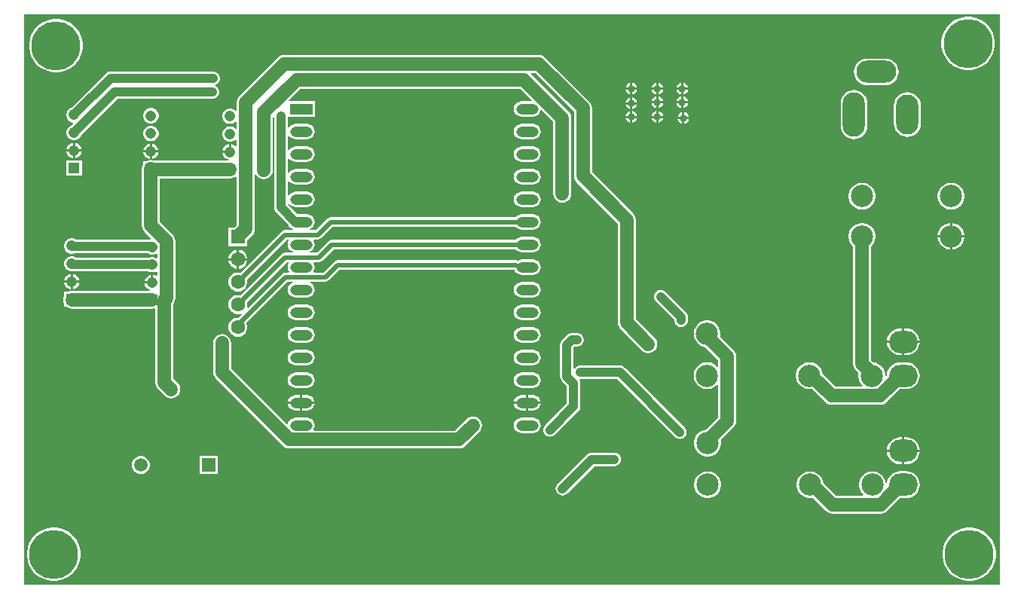
<source format=gbl>
G04*
G04 #@! TF.GenerationSoftware,Altium Limited,Altium Designer,23.1.1 (15)*
G04*
G04 Layer_Physical_Order=2*
G04 Layer_Color=16711680*
%FSLAX44Y44*%
%MOMM*%
G71*
G04*
G04 #@! TF.SameCoordinates,30CF7A92-77B0-4B7A-85BE-2C256DE05FD5*
G04*
G04*
G04 #@! TF.FilePolarity,Positive*
G04*
G01*
G75*
%ADD65C,1.5000*%
%ADD66C,1.0000*%
%ADD67C,0.5000*%
%ADD68O,4.5000X2.5000*%
%ADD69O,2.5000X4.5000*%
%ADD70O,2.5000X5.0000*%
%ADD71C,2.5000*%
%ADD72O,2.5000X1.2000*%
%ADD73R,2.5000X1.2000*%
%ADD74C,1.6000*%
%ADD75R,1.6000X1.6000*%
%ADD76C,1.2080*%
%ADD77R,1.2080X1.2080*%
%ADD78C,5.5000*%
%ADD79C,1.5000*%
%ADD80R,1.5000X1.5000*%
%ADD81O,3.2000X2.5000*%
%ADD82C,1.0000*%
%ADD83C,0.8000*%
G36*
X1096010Y1270D02*
X0D01*
Y642620D01*
X1096010D01*
Y1270D01*
D02*
G37*
%LPC*%
G36*
X577850Y596867D02*
X577850Y596867D01*
X292100D01*
X292100Y596867D01*
X289479Y596522D01*
X287037Y595510D01*
X284939Y593901D01*
X241759Y550721D01*
X240150Y548623D01*
X239138Y546181D01*
X238793Y543560D01*
X238793Y543560D01*
Y533957D01*
X237523Y533431D01*
X236408Y534546D01*
X234452Y535675D01*
X232270Y536260D01*
X230010D01*
X227828Y535675D01*
X225872Y534546D01*
X224274Y532948D01*
X223145Y530992D01*
X222560Y528810D01*
Y526550D01*
X223145Y524368D01*
X224274Y522412D01*
X225872Y520814D01*
X227828Y519685D01*
X230010Y519100D01*
X232270D01*
X234452Y519685D01*
X236408Y520814D01*
X237523Y521929D01*
X238793Y521403D01*
Y513957D01*
X237523Y513431D01*
X236408Y514546D01*
X234452Y515675D01*
X232270Y516260D01*
X230010D01*
X227828Y515675D01*
X225872Y514546D01*
X224274Y512948D01*
X223145Y510992D01*
X222560Y508810D01*
Y506550D01*
X223145Y504368D01*
X224274Y502412D01*
X225872Y500814D01*
X227828Y499685D01*
X230010Y499100D01*
X232270D01*
X234452Y499685D01*
X236408Y500814D01*
X237523Y501930D01*
X238793Y501403D01*
Y493957D01*
X237523Y493431D01*
X236408Y494546D01*
X234452Y495675D01*
X232410Y496222D01*
Y487680D01*
X231140D01*
Y486410D01*
X222598D01*
X223145Y484368D01*
X224274Y482412D01*
X225872Y480814D01*
X227828Y479685D01*
X228903Y479397D01*
X228736Y478127D01*
X144671D01*
X142240Y478447D01*
X139619Y478102D01*
X137177Y477090D01*
X136929Y476900D01*
X133660D01*
Y473631D01*
X133470Y473383D01*
X132458Y470941D01*
X132113Y468320D01*
Y405011D01*
X132113Y405010D01*
X132458Y402390D01*
X133470Y399947D01*
X135079Y397850D01*
X142133Y390796D01*
X141728Y389405D01*
X140515Y389080D01*
X58150D01*
X56652Y389945D01*
X54470Y390530D01*
X52210D01*
X50028Y389945D01*
X48072Y388816D01*
X46474Y387218D01*
X45345Y385262D01*
X44760Y383080D01*
Y380820D01*
X45345Y378638D01*
X46474Y376682D01*
X48072Y375084D01*
X50028Y373955D01*
X52210Y373370D01*
X54470D01*
X56335Y373870D01*
X138700D01*
X140198Y373005D01*
X142380Y372420D01*
X144640D01*
X146822Y373005D01*
X148193Y373797D01*
X149463Y373100D01*
Y368900D01*
X148193Y368203D01*
X146822Y368995D01*
X144640Y369580D01*
X142380D01*
X140515Y369080D01*
X58150D01*
X56652Y369945D01*
X54470Y370530D01*
X52210D01*
X50028Y369945D01*
X48072Y368816D01*
X46474Y367218D01*
X45345Y365262D01*
X44760Y363080D01*
Y360820D01*
X45345Y358638D01*
X46474Y356682D01*
X48072Y355084D01*
X50028Y353955D01*
X52210Y353370D01*
X54470D01*
X56335Y353870D01*
X138700D01*
X140198Y353005D01*
X142380Y352420D01*
X144640D01*
X146822Y353005D01*
X148193Y353797D01*
X149463Y353100D01*
Y348900D01*
X148193Y348203D01*
X146822Y348995D01*
X144780Y349542D01*
Y341000D01*
X143510D01*
Y339730D01*
X134968D01*
X135515Y337688D01*
X136644Y335732D01*
X138242Y334134D01*
X140198Y333005D01*
X140695Y332872D01*
X140528Y331602D01*
X53815D01*
X51194Y331257D01*
X49440Y330530D01*
X44760D01*
Y325850D01*
X44033Y324096D01*
X43688Y321475D01*
X44033Y318854D01*
X44760Y317100D01*
Y313370D01*
X47885D01*
X48752Y312705D01*
X51194Y311693D01*
X53815Y311348D01*
X143035D01*
X145656Y311693D01*
X146297Y311959D01*
X147353Y311254D01*
Y228600D01*
X147353Y228600D01*
X147698Y225979D01*
X148710Y223537D01*
X150319Y221439D01*
X157939Y213819D01*
X160037Y212210D01*
X162479Y211198D01*
X165100Y210853D01*
X167721Y211198D01*
X170163Y212210D01*
X172261Y213819D01*
X173870Y215917D01*
X174882Y218359D01*
X175227Y220980D01*
X174882Y223601D01*
X173870Y226043D01*
X172261Y228141D01*
X167607Y232795D01*
Y317375D01*
X168360Y318357D01*
X169372Y320799D01*
X169717Y323420D01*
X169717Y323420D01*
Y387660D01*
X169717Y387660D01*
X169372Y390281D01*
X168360Y392724D01*
X166751Y394821D01*
X166751Y394821D01*
X152367Y409205D01*
Y457873D01*
X230820D01*
X233441Y458218D01*
X235569Y459100D01*
X238793D01*
Y405515D01*
X236249Y402970D01*
X229490D01*
Y381890D01*
X250570D01*
Y388649D01*
X256081Y394159D01*
X257690Y396257D01*
X258702Y398699D01*
X259047Y401320D01*
X259047Y401320D01*
Y461835D01*
X259938Y462183D01*
X260317Y462184D01*
X261839Y460199D01*
X263937Y458590D01*
X266379Y457578D01*
X269000Y457233D01*
X271621Y457578D01*
X274063Y458590D01*
X276161Y460199D01*
X277770Y462297D01*
X278782Y464739D01*
X279127Y467360D01*
Y526729D01*
X279415Y526921D01*
X280685Y526242D01*
Y525780D01*
Y425300D01*
X280944Y423332D01*
X281704Y421497D01*
X282912Y419922D01*
X296475Y406360D01*
X297190Y404633D01*
X298559Y402849D01*
X300343Y401480D01*
X301530Y400989D01*
X301277Y399719D01*
X292980D01*
X291014Y399328D01*
X289346Y398214D01*
X242904Y351772D01*
X241418Y352170D01*
X238642D01*
X235962Y351452D01*
X233558Y350064D01*
X231596Y348102D01*
X230208Y345698D01*
X229490Y343018D01*
Y340242D01*
X230208Y337562D01*
X231596Y335158D01*
X233558Y333196D01*
X235962Y331808D01*
X238642Y331090D01*
X241418D01*
X244098Y331808D01*
X246502Y333196D01*
X248464Y335158D01*
X249852Y337562D01*
X250570Y340242D01*
Y343018D01*
X250172Y344504D01*
X295109Y389441D01*
X296978D01*
X297540Y388302D01*
X297190Y387847D01*
X296330Y385769D01*
X296036Y383540D01*
X296330Y381311D01*
X297190Y379233D01*
X298559Y377449D01*
X300343Y376080D01*
X301530Y375589D01*
X301277Y374319D01*
X292980D01*
X291014Y373928D01*
X289346Y372814D01*
X242904Y326372D01*
X241418Y326770D01*
X238642D01*
X235962Y326052D01*
X233558Y324664D01*
X231596Y322702D01*
X230208Y320298D01*
X229490Y317618D01*
Y314842D01*
X230208Y312162D01*
X231596Y309758D01*
X233558Y307796D01*
X235962Y306408D01*
X238642Y305690D01*
X241418D01*
X242843Y306072D01*
X244346Y305183D01*
X244392Y304999D01*
X240763Y301370D01*
X238642D01*
X235962Y300652D01*
X233558Y299264D01*
X231596Y297302D01*
X230208Y294898D01*
X229490Y292218D01*
Y289442D01*
X230208Y286762D01*
X231596Y284358D01*
X233558Y282396D01*
X235962Y281008D01*
X238642Y280290D01*
X241418D01*
X244098Y281008D01*
X246502Y282396D01*
X248464Y284358D01*
X249852Y286762D01*
X250570Y289442D01*
Y292218D01*
X249852Y294898D01*
X249476Y295549D01*
X295889Y341961D01*
X301277D01*
X301530Y340691D01*
X300343Y340200D01*
X298559Y338831D01*
X297190Y337047D01*
X296330Y334969D01*
X296036Y332740D01*
X296330Y330511D01*
X297190Y328433D01*
X298559Y326649D01*
X300343Y325280D01*
X302421Y324420D01*
X304650Y324126D01*
X317650D01*
X319879Y324420D01*
X321957Y325280D01*
X323741Y326649D01*
X325110Y328433D01*
X325970Y330511D01*
X326264Y332740D01*
X325970Y334969D01*
X325110Y337047D01*
X323741Y338831D01*
X321957Y340200D01*
X320770Y340691D01*
X321023Y341961D01*
X338210D01*
X340177Y342352D01*
X341844Y343466D01*
X353918Y355541D01*
X550244D01*
X550574Y355320D01*
X551190Y353833D01*
X552559Y352049D01*
X554343Y350680D01*
X556421Y349820D01*
X558650Y349526D01*
X571650D01*
X573879Y349820D01*
X575957Y350680D01*
X577741Y352049D01*
X579110Y353833D01*
X579970Y355911D01*
X580264Y358140D01*
X579970Y360369D01*
X579110Y362447D01*
X577741Y364231D01*
X575957Y365600D01*
X573879Y366460D01*
X571650Y366754D01*
X558650D01*
X556421Y366460D01*
X554343Y365600D01*
X554133Y365438D01*
X552221Y365819D01*
X351790D01*
X349823Y365428D01*
X348156Y364314D01*
X336081Y352239D01*
X325322D01*
X324760Y353378D01*
X325110Y353833D01*
X325970Y355911D01*
X326264Y358140D01*
X325970Y360369D01*
X325110Y362447D01*
X324760Y362902D01*
X325322Y364041D01*
X331080D01*
X333046Y364432D01*
X334714Y365546D01*
X347569Y378401D01*
X551829D01*
X552559Y377449D01*
X554343Y376080D01*
X556421Y375220D01*
X558650Y374926D01*
X571650D01*
X573879Y375220D01*
X575957Y376080D01*
X577741Y377449D01*
X579110Y379233D01*
X579970Y381311D01*
X580264Y383540D01*
X579970Y385769D01*
X579110Y387847D01*
X577741Y389631D01*
X575957Y391000D01*
X573879Y391860D01*
X571650Y392154D01*
X558650D01*
X556421Y391860D01*
X554343Y391000D01*
X552559Y389631D01*
X551829Y388679D01*
X345440D01*
X343474Y388288D01*
X341806Y387174D01*
X328951Y374319D01*
X321023D01*
X320770Y375589D01*
X321957Y376080D01*
X323741Y377449D01*
X325110Y379233D01*
X325970Y381311D01*
X326264Y383540D01*
X325970Y385769D01*
X325110Y387847D01*
X324760Y388302D01*
X325322Y389441D01*
X329810D01*
X331777Y389832D01*
X333444Y390946D01*
X346298Y403801D01*
X551829D01*
X552559Y402849D01*
X554343Y401480D01*
X556421Y400620D01*
X558650Y400326D01*
X571650D01*
X573879Y400620D01*
X575957Y401480D01*
X577741Y402849D01*
X579110Y404633D01*
X579970Y406711D01*
X580264Y408940D01*
X579970Y411169D01*
X579110Y413247D01*
X577741Y415031D01*
X575957Y416400D01*
X573879Y417260D01*
X571650Y417554D01*
X558650D01*
X556421Y417260D01*
X554343Y416400D01*
X552559Y415031D01*
X551829Y414079D01*
X344170D01*
X342203Y413688D01*
X340536Y412574D01*
X327682Y399719D01*
X321023D01*
X320770Y400989D01*
X321957Y401480D01*
X323741Y402849D01*
X325110Y404633D01*
X325970Y406711D01*
X326264Y408940D01*
X325970Y411169D01*
X325110Y413247D01*
X323741Y415031D01*
X321957Y416400D01*
X319879Y417260D01*
X317650Y417554D01*
X306791D01*
X295895Y428450D01*
Y429842D01*
X297165Y430094D01*
X297190Y430033D01*
X298559Y428249D01*
X300343Y426880D01*
X302421Y426020D01*
X304650Y425726D01*
X317650D01*
X319879Y426020D01*
X321957Y426880D01*
X323741Y428249D01*
X325110Y430033D01*
X325970Y432111D01*
X326264Y434340D01*
X325970Y436569D01*
X325110Y438647D01*
X323741Y440431D01*
X321957Y441800D01*
X319879Y442660D01*
X317650Y442954D01*
X304650D01*
X302421Y442660D01*
X300343Y441800D01*
X298559Y440431D01*
X297190Y438647D01*
X297165Y438586D01*
X295895Y438838D01*
Y455242D01*
X297165Y455494D01*
X297190Y455433D01*
X298559Y453649D01*
X300343Y452280D01*
X302421Y451420D01*
X304650Y451126D01*
X317650D01*
X319879Y451420D01*
X321957Y452280D01*
X323741Y453649D01*
X325110Y455433D01*
X325970Y457511D01*
X326264Y459740D01*
X325970Y461969D01*
X325110Y464047D01*
X323741Y465831D01*
X321957Y467200D01*
X319879Y468060D01*
X317650Y468354D01*
X304650D01*
X302421Y468060D01*
X300343Y467200D01*
X298559Y465831D01*
X297190Y464047D01*
X297165Y463986D01*
X295895Y464238D01*
Y480642D01*
X297165Y480894D01*
X297190Y480833D01*
X298559Y479049D01*
X300343Y477680D01*
X302421Y476820D01*
X304650Y476526D01*
X317650D01*
X319879Y476820D01*
X321957Y477680D01*
X323741Y479049D01*
X325110Y480833D01*
X325970Y482911D01*
X326264Y485140D01*
X325970Y487369D01*
X325110Y489447D01*
X323741Y491231D01*
X321957Y492600D01*
X319879Y493460D01*
X317650Y493754D01*
X304650D01*
X302421Y493460D01*
X300343Y492600D01*
X298559Y491231D01*
X297190Y489447D01*
X297165Y489386D01*
X295895Y489638D01*
Y506042D01*
X297165Y506294D01*
X297190Y506233D01*
X298559Y504449D01*
X300343Y503080D01*
X302421Y502220D01*
X304650Y501926D01*
X317650D01*
X319879Y502220D01*
X321957Y503080D01*
X323741Y504449D01*
X325110Y506233D01*
X325970Y508311D01*
X326264Y510540D01*
X325970Y512769D01*
X325110Y514847D01*
X323741Y516631D01*
X321957Y518000D01*
X319879Y518860D01*
X317650Y519154D01*
X304650D01*
X302421Y518860D01*
X300343Y518000D01*
X298559Y516631D01*
X297190Y514847D01*
X297165Y514786D01*
X295895Y515038D01*
Y526219D01*
X296110Y527400D01*
X297165Y527400D01*
X326190D01*
Y544480D01*
X297707D01*
X297181Y545750D01*
X310265Y558833D01*
X557119D01*
X570226Y545727D01*
X569740Y544554D01*
X558650D01*
X556421Y544260D01*
X554343Y543400D01*
X552559Y542031D01*
X551190Y540247D01*
X550330Y538169D01*
X550036Y535940D01*
X550330Y533711D01*
X551190Y531633D01*
X552559Y529849D01*
X554343Y528480D01*
X556421Y527620D01*
X558650Y527326D01*
X571650D01*
X573879Y527620D01*
X575957Y528480D01*
X577741Y529849D01*
X579110Y531633D01*
X579970Y533711D01*
X580047Y534295D01*
X581250Y534703D01*
X594393Y521559D01*
Y440690D01*
X594738Y438069D01*
X595750Y435627D01*
X597359Y433529D01*
X599457Y431920D01*
X601899Y430908D01*
X604520Y430563D01*
X607141Y430908D01*
X609583Y431920D01*
X611681Y433529D01*
X613290Y435627D01*
X614302Y438069D01*
X614647Y440690D01*
Y525754D01*
X614647Y525754D01*
X614302Y528375D01*
X613290Y530817D01*
X611681Y532915D01*
X611680Y532915D01*
X569252Y575343D01*
X569778Y576613D01*
X573655D01*
X617475Y532794D01*
Y460788D01*
X617475Y460788D01*
X617820Y458167D01*
X618832Y455725D01*
X620441Y453627D01*
X666783Y407285D01*
Y295910D01*
X666783Y295910D01*
X667128Y293289D01*
X668140Y290847D01*
X669749Y288749D01*
X693879Y264619D01*
X695977Y263010D01*
X698419Y261998D01*
X701040Y261653D01*
X703661Y261998D01*
X706103Y263010D01*
X708201Y264619D01*
X709810Y266717D01*
X710822Y269159D01*
X711167Y271780D01*
X710822Y274401D01*
X709810Y276843D01*
X708201Y278941D01*
X687037Y300105D01*
Y411480D01*
X687037Y411480D01*
X686692Y414101D01*
X685680Y416543D01*
X684071Y418641D01*
X684071Y418641D01*
X637729Y464983D01*
Y536988D01*
X637729Y536988D01*
X637383Y539609D01*
X636372Y542051D01*
X634763Y544149D01*
X634762Y544149D01*
X585011Y593901D01*
X582913Y595510D01*
X580471Y596522D01*
X580166Y596562D01*
X577850Y596867D01*
D02*
G37*
G36*
X1062814Y639640D02*
X1058086D01*
X1053416Y638900D01*
X1048919Y637439D01*
X1044706Y635293D01*
X1040880Y632513D01*
X1037537Y629170D01*
X1034758Y625344D01*
X1032611Y621131D01*
X1031150Y616634D01*
X1030410Y611964D01*
Y607236D01*
X1031150Y602566D01*
X1032611Y598069D01*
X1034758Y593856D01*
X1037537Y590030D01*
X1040880Y586687D01*
X1044706Y583908D01*
X1048919Y581761D01*
X1053416Y580300D01*
X1058086Y579560D01*
X1062814D01*
X1067484Y580300D01*
X1071981Y581761D01*
X1076194Y583908D01*
X1080020Y586687D01*
X1083363Y590030D01*
X1086143Y593856D01*
X1088289Y598069D01*
X1089750Y602566D01*
X1090490Y607236D01*
Y611964D01*
X1089750Y616634D01*
X1088289Y621131D01*
X1086143Y625344D01*
X1083363Y629170D01*
X1080020Y632513D01*
X1076194Y635293D01*
X1071981Y637439D01*
X1067484Y638900D01*
X1062814Y639640D01*
D02*
G37*
G36*
X37924Y637100D02*
X33196D01*
X28526Y636360D01*
X24029Y634899D01*
X19816Y632752D01*
X15990Y629973D01*
X12647Y626630D01*
X9868Y622804D01*
X7721Y618591D01*
X6260Y614094D01*
X5520Y609424D01*
Y604696D01*
X6260Y600026D01*
X7721Y595529D01*
X9868Y591316D01*
X12647Y587490D01*
X15990Y584147D01*
X19816Y581367D01*
X24029Y579221D01*
X28526Y577760D01*
X33196Y577020D01*
X37924D01*
X42594Y577760D01*
X47091Y579221D01*
X51304Y581367D01*
X55130Y584147D01*
X58473Y587490D01*
X61252Y591316D01*
X63399Y595529D01*
X64860Y600026D01*
X65600Y604696D01*
Y609424D01*
X64860Y614094D01*
X63399Y618591D01*
X61252Y622804D01*
X58473Y626630D01*
X55130Y629973D01*
X51304Y632752D01*
X47091Y634899D01*
X42594Y636360D01*
X37924Y637100D01*
D02*
G37*
G36*
X967180Y592703D02*
X947180D01*
X944232Y592412D01*
X941397Y591552D01*
X938784Y590156D01*
X936494Y588276D01*
X934614Y585986D01*
X933218Y583373D01*
X932358Y580538D01*
X932067Y577590D01*
X932358Y574642D01*
X933218Y571807D01*
X934614Y569194D01*
X936494Y566904D01*
X938784Y565024D01*
X941397Y563628D01*
X944232Y562768D01*
X947180Y562477D01*
X967180D01*
X970128Y562768D01*
X972963Y563628D01*
X975576Y565024D01*
X977866Y566904D01*
X979746Y569194D01*
X981142Y571807D01*
X982002Y574642D01*
X982293Y577590D01*
X982002Y580538D01*
X981142Y583373D01*
X979746Y585986D01*
X977866Y588276D01*
X975576Y590156D01*
X972963Y591552D01*
X970128Y592412D01*
X967180Y592703D01*
D02*
G37*
G36*
X740410Y565230D02*
Y560070D01*
X745570D01*
X745234Y561324D01*
X744373Y562816D01*
X743156Y564033D01*
X741664Y564894D01*
X740410Y565230D01*
D02*
G37*
G36*
X737870D02*
X736616Y564894D01*
X735124Y564033D01*
X733907Y562816D01*
X733046Y561324D01*
X732710Y560070D01*
X737870D01*
Y565230D01*
D02*
G37*
G36*
X712470D02*
Y560070D01*
X717630D01*
X717294Y561324D01*
X716433Y562816D01*
X715216Y564033D01*
X713724Y564894D01*
X712470Y565230D01*
D02*
G37*
G36*
X709930D02*
X708676Y564894D01*
X707184Y564033D01*
X705967Y562816D01*
X705106Y561324D01*
X704770Y560070D01*
X709930D01*
Y565230D01*
D02*
G37*
G36*
X683260D02*
Y560070D01*
X688420D01*
X688084Y561324D01*
X687223Y562816D01*
X686006Y564033D01*
X684514Y564894D01*
X683260Y565230D01*
D02*
G37*
G36*
X680720D02*
X679466Y564894D01*
X677974Y564033D01*
X676757Y562816D01*
X675896Y561324D01*
X675560Y560070D01*
X680720D01*
Y565230D01*
D02*
G37*
G36*
X745570Y557530D02*
X740410D01*
Y552370D01*
X741664Y552706D01*
X743156Y553567D01*
X744373Y554784D01*
X745234Y556276D01*
X745570Y557530D01*
D02*
G37*
G36*
X737870D02*
X732710D01*
X733046Y556276D01*
X733907Y554784D01*
X735124Y553567D01*
X736616Y552706D01*
X737870Y552370D01*
Y557530D01*
D02*
G37*
G36*
X717630D02*
X712470D01*
Y552370D01*
X713724Y552706D01*
X715216Y553567D01*
X716433Y554784D01*
X717294Y556276D01*
X717630Y557530D01*
D02*
G37*
G36*
X709930D02*
X704770D01*
X705106Y556276D01*
X705967Y554784D01*
X707184Y553567D01*
X708676Y552706D01*
X709930Y552370D01*
Y557530D01*
D02*
G37*
G36*
X688420D02*
X683260D01*
Y552370D01*
X684514Y552706D01*
X686006Y553567D01*
X687223Y554784D01*
X688084Y556276D01*
X688420Y557530D01*
D02*
G37*
G36*
X680720D02*
X675560D01*
X675896Y556276D01*
X676757Y554784D01*
X677974Y553567D01*
X679466Y552706D01*
X680720Y552370D01*
Y557530D01*
D02*
G37*
G36*
X740410Y549990D02*
Y544830D01*
X745570D01*
X745234Y546084D01*
X744373Y547576D01*
X743156Y548793D01*
X741664Y549654D01*
X740410Y549990D01*
D02*
G37*
G36*
X737870D02*
X736616Y549654D01*
X735124Y548793D01*
X733907Y547576D01*
X733046Y546084D01*
X732710Y544830D01*
X737870D01*
Y549990D01*
D02*
G37*
G36*
X712470D02*
Y544830D01*
X717630D01*
X717294Y546084D01*
X716433Y547576D01*
X715216Y548793D01*
X713724Y549654D01*
X712470Y549990D01*
D02*
G37*
G36*
X709930D02*
X708676Y549654D01*
X707184Y548793D01*
X705967Y547576D01*
X705106Y546084D01*
X704770Y544830D01*
X709930D01*
Y549990D01*
D02*
G37*
G36*
X683260Y548720D02*
Y543560D01*
X688420D01*
X688084Y544814D01*
X687223Y546306D01*
X686006Y547523D01*
X684514Y548384D01*
X683260Y548720D01*
D02*
G37*
G36*
X680720D02*
X679466Y548384D01*
X677974Y547523D01*
X676757Y546306D01*
X675896Y544814D01*
X675560Y543560D01*
X680720D01*
Y548720D01*
D02*
G37*
G36*
X745570Y542290D02*
X740410D01*
Y537130D01*
X741664Y537466D01*
X743156Y538327D01*
X744373Y539544D01*
X745234Y541036D01*
X745570Y542290D01*
D02*
G37*
G36*
X737870D02*
X732710D01*
X733046Y541036D01*
X733907Y539544D01*
X735124Y538327D01*
X736616Y537466D01*
X737870Y537130D01*
Y542290D01*
D02*
G37*
G36*
X717630D02*
X712470D01*
Y537130D01*
X713724Y537466D01*
X715216Y538327D01*
X716433Y539544D01*
X717294Y541036D01*
X717630Y542290D01*
D02*
G37*
G36*
X709930D02*
X704770D01*
X705106Y541036D01*
X705967Y539544D01*
X707184Y538327D01*
X708676Y537466D01*
X709930Y537130D01*
Y542290D01*
D02*
G37*
G36*
X688420Y541020D02*
X683260D01*
Y535860D01*
X684514Y536196D01*
X686006Y537057D01*
X687223Y538274D01*
X688084Y539766D01*
X688420Y541020D01*
D02*
G37*
G36*
X680720D02*
X675560D01*
X675896Y539766D01*
X676757Y538274D01*
X677974Y537057D01*
X679466Y536196D01*
X680720Y535860D01*
Y541020D01*
D02*
G37*
G36*
X712470Y533480D02*
Y528320D01*
X717630D01*
X717294Y529574D01*
X716433Y531066D01*
X715216Y532283D01*
X713724Y533144D01*
X712470Y533480D01*
D02*
G37*
G36*
X709930D02*
X708676Y533144D01*
X707184Y532283D01*
X705967Y531066D01*
X705106Y529574D01*
X704770Y528320D01*
X709930D01*
Y533480D01*
D02*
G37*
G36*
X683260D02*
Y528320D01*
X688420D01*
X688084Y529574D01*
X687223Y531066D01*
X686006Y532283D01*
X684514Y533144D01*
X683260Y533480D01*
D02*
G37*
G36*
X680720D02*
X679466Y533144D01*
X677974Y532283D01*
X676757Y531066D01*
X675896Y529574D01*
X675560Y528320D01*
X680720D01*
Y533480D01*
D02*
G37*
G36*
X741680Y532210D02*
Y527050D01*
X746840D01*
X746504Y528304D01*
X745643Y529796D01*
X744426Y531013D01*
X742934Y531874D01*
X741680Y532210D01*
D02*
G37*
G36*
X739140D02*
X737886Y531874D01*
X736394Y531013D01*
X735177Y529796D01*
X734316Y528304D01*
X733980Y527050D01*
X739140D01*
Y532210D01*
D02*
G37*
G36*
X717630Y525780D02*
X712470D01*
Y520620D01*
X713724Y520956D01*
X715216Y521817D01*
X716433Y523034D01*
X717294Y524526D01*
X717630Y525780D01*
D02*
G37*
G36*
X709930D02*
X704770D01*
X705106Y524526D01*
X705967Y523034D01*
X707184Y521817D01*
X708676Y520956D01*
X709930Y520620D01*
Y525780D01*
D02*
G37*
G36*
X688420D02*
X683260D01*
Y520620D01*
X684514Y520956D01*
X686006Y521817D01*
X687223Y523034D01*
X688084Y524526D01*
X688420Y525780D01*
D02*
G37*
G36*
X680720D02*
X675560D01*
X675896Y524526D01*
X676757Y523034D01*
X677974Y521817D01*
X679466Y520956D01*
X680720Y520620D01*
Y525780D01*
D02*
G37*
G36*
X143370Y536900D02*
X141110D01*
X138928Y536315D01*
X136972Y535186D01*
X135374Y533588D01*
X134245Y531632D01*
X133660Y529450D01*
Y527190D01*
X134245Y525008D01*
X135374Y523052D01*
X136972Y521454D01*
X138928Y520325D01*
X141110Y519740D01*
X143370D01*
X145552Y520325D01*
X147508Y521454D01*
X149106Y523052D01*
X150235Y525008D01*
X150820Y527190D01*
Y529450D01*
X150235Y531632D01*
X149106Y533588D01*
X147508Y535186D01*
X145552Y536315D01*
X143370Y536900D01*
D02*
G37*
G36*
X746840Y524510D02*
X741680D01*
Y519350D01*
X742934Y519686D01*
X744426Y520547D01*
X745643Y521764D01*
X746504Y523256D01*
X746840Y524510D01*
D02*
G37*
G36*
X739140D02*
X733980D01*
X734316Y523256D01*
X735177Y521764D01*
X736394Y520547D01*
X737886Y519686D01*
X739140Y519350D01*
Y524510D01*
D02*
G37*
G36*
X992180Y554703D02*
X989232Y554412D01*
X986397Y553552D01*
X983784Y552156D01*
X981494Y550276D01*
X979614Y547986D01*
X978218Y545373D01*
X977358Y542538D01*
X977067Y539590D01*
Y519590D01*
X977358Y516642D01*
X978218Y513807D01*
X979614Y511194D01*
X981494Y508904D01*
X983784Y507024D01*
X986397Y505628D01*
X989232Y504768D01*
X992180Y504477D01*
X995128Y504768D01*
X997963Y505628D01*
X1000576Y507024D01*
X1002866Y508904D01*
X1004746Y511194D01*
X1006142Y513807D01*
X1007002Y516642D01*
X1007293Y519590D01*
Y539590D01*
X1007002Y542538D01*
X1006142Y545373D01*
X1004746Y547986D01*
X1002866Y550276D01*
X1000576Y552156D01*
X997963Y553552D01*
X995128Y554412D01*
X992180Y554703D01*
D02*
G37*
G36*
X932180Y557203D02*
X929232Y556912D01*
X926397Y556052D01*
X923784Y554656D01*
X921494Y552776D01*
X919614Y550486D01*
X918218Y547873D01*
X917358Y545038D01*
X917067Y542090D01*
Y517090D01*
X917358Y514142D01*
X918218Y511307D01*
X919614Y508694D01*
X921494Y506404D01*
X923784Y504524D01*
X926397Y503128D01*
X929232Y502268D01*
X932180Y501977D01*
X935128Y502268D01*
X937963Y503128D01*
X940576Y504524D01*
X942866Y506404D01*
X944746Y508694D01*
X946142Y511307D01*
X947002Y514142D01*
X947293Y517090D01*
Y542090D01*
X947002Y545038D01*
X946142Y547873D01*
X944746Y550486D01*
X942866Y552776D01*
X940576Y554656D01*
X937963Y556052D01*
X935128Y556912D01*
X932180Y557203D01*
D02*
G37*
G36*
X571650Y519154D02*
X558650D01*
X556421Y518860D01*
X554343Y518000D01*
X552559Y516631D01*
X551190Y514847D01*
X550330Y512769D01*
X550036Y510540D01*
X550330Y508311D01*
X551190Y506233D01*
X552559Y504449D01*
X554343Y503080D01*
X556421Y502220D01*
X558650Y501926D01*
X571650D01*
X573879Y502220D01*
X575957Y503080D01*
X577741Y504449D01*
X579110Y506233D01*
X579970Y508311D01*
X580264Y510540D01*
X579970Y512769D01*
X579110Y514847D01*
X577741Y516631D01*
X575957Y518000D01*
X573879Y518860D01*
X571650Y519154D01*
D02*
G37*
G36*
X212090Y577835D02*
X96840D01*
X94872Y577576D01*
X93038Y576816D01*
X91462Y575608D01*
X53322Y537467D01*
X52568Y537265D01*
X50612Y536136D01*
X49014Y534538D01*
X47885Y532582D01*
X47300Y530400D01*
Y528140D01*
X47885Y525958D01*
X49014Y524002D01*
X50612Y522404D01*
X52568Y521275D01*
X54750Y520690D01*
X54886D01*
X55371Y519517D01*
X53322Y517467D01*
X52568Y517265D01*
X50612Y516136D01*
X49014Y514538D01*
X47885Y512582D01*
X47300Y510400D01*
Y508140D01*
X47885Y505958D01*
X49014Y504002D01*
X50612Y502404D01*
X52568Y501275D01*
X54750Y500690D01*
X57010D01*
X59192Y501275D01*
X61148Y502404D01*
X62746Y504002D01*
X63875Y505958D01*
X64077Y506712D01*
X104750Y547385D01*
X211325D01*
X211819Y547450D01*
X212317D01*
X212799Y547579D01*
X213293Y547644D01*
X213753Y547835D01*
X214235Y547964D01*
X214667Y548213D01*
X215127Y548404D01*
X215522Y548707D01*
X215954Y548956D01*
X216307Y549309D01*
X216702Y549612D01*
X217006Y550008D01*
X217358Y550360D01*
X217607Y550792D01*
X217911Y551188D01*
X218101Y551648D01*
X218351Y552080D01*
X218480Y552561D01*
X218670Y553022D01*
X218736Y553516D01*
X218864Y553997D01*
Y554496D01*
X218930Y554990D01*
X218864Y555484D01*
Y555983D01*
X218736Y556464D01*
X218670Y556958D01*
X218480Y557419D01*
X218351Y557900D01*
X218101Y558332D01*
X217911Y558792D01*
X217607Y559188D01*
X217358Y559620D01*
X217006Y559972D01*
X216702Y560368D01*
X216307Y560671D01*
X215954Y561023D01*
X215522Y561273D01*
X215127Y561576D01*
X214673Y561764D01*
X214664Y561786D01*
X214583Y562511D01*
X214738Y563133D01*
X215000Y563204D01*
X215432Y563453D01*
X215893Y563644D01*
X216288Y563947D01*
X216720Y564197D01*
X217072Y564549D01*
X217468Y564852D01*
X217771Y565248D01*
X218123Y565600D01*
X218373Y566032D01*
X218676Y566427D01*
X218867Y566888D01*
X219116Y567320D01*
X219245Y567801D01*
X219436Y568262D01*
X219501Y568756D01*
X219630Y569237D01*
Y569736D01*
X219695Y570230D01*
X219630Y570724D01*
Y571223D01*
X219501Y571704D01*
X219436Y572198D01*
X219245Y572659D01*
X219116Y573140D01*
X218867Y573572D01*
X218676Y574033D01*
X218373Y574428D01*
X218123Y574860D01*
X217771Y575212D01*
X217468Y575608D01*
X217072Y575911D01*
X216720Y576264D01*
X216288Y576513D01*
X215893Y576816D01*
X215432Y577007D01*
X215000Y577256D01*
X214519Y577385D01*
X214058Y577576D01*
X213564Y577641D01*
X213083Y577770D01*
X212584D01*
X212090Y577835D01*
D02*
G37*
G36*
X143370Y516900D02*
X141110D01*
X138928Y516315D01*
X136972Y515186D01*
X135374Y513588D01*
X134245Y511632D01*
X133660Y509450D01*
Y507190D01*
X134245Y505008D01*
X135374Y503052D01*
X136972Y501454D01*
X138928Y500325D01*
X141110Y499740D01*
X143370D01*
X145552Y500325D01*
X147508Y501454D01*
X149106Y503052D01*
X150235Y505008D01*
X150820Y507190D01*
Y509450D01*
X150235Y511632D01*
X149106Y513588D01*
X147508Y515186D01*
X145552Y516315D01*
X143370Y516900D01*
D02*
G37*
G36*
X57150Y497812D02*
Y490540D01*
X64422D01*
X63875Y492582D01*
X62746Y494538D01*
X61148Y496136D01*
X59192Y497265D01*
X57150Y497812D01*
D02*
G37*
G36*
X54610Y497812D02*
X52568Y497265D01*
X50612Y496136D01*
X49014Y494538D01*
X47885Y492582D01*
X47338Y490540D01*
X54610D01*
Y497812D01*
D02*
G37*
G36*
X143510Y496862D02*
Y489590D01*
X150782D01*
X150235Y491632D01*
X149106Y493588D01*
X147508Y495186D01*
X145552Y496315D01*
X143510Y496862D01*
D02*
G37*
G36*
X140970D02*
X138928Y496315D01*
X136972Y495186D01*
X135374Y493588D01*
X134245Y491632D01*
X133698Y489590D01*
X140970D01*
Y496862D01*
D02*
G37*
G36*
X229870Y496222D02*
X227828Y495675D01*
X225872Y494546D01*
X224274Y492948D01*
X223145Y490992D01*
X222598Y488950D01*
X229870D01*
Y496222D01*
D02*
G37*
G36*
X64422Y488000D02*
X57150D01*
Y480728D01*
X59192Y481275D01*
X61148Y482404D01*
X62746Y484002D01*
X63875Y485958D01*
X64422Y488000D01*
D02*
G37*
G36*
X54610D02*
X47338D01*
X47885Y485958D01*
X49014Y484002D01*
X50612Y482404D01*
X52568Y481275D01*
X54610Y480728D01*
Y488000D01*
D02*
G37*
G36*
X140970Y487050D02*
X133698D01*
X134245Y485008D01*
X135374Y483052D01*
X136972Y481454D01*
X138928Y480325D01*
X140970Y479778D01*
Y487050D01*
D02*
G37*
G36*
X150782D02*
X143510D01*
Y479778D01*
X145552Y480325D01*
X147508Y481454D01*
X149106Y483052D01*
X150235Y485008D01*
X150782Y487050D01*
D02*
G37*
G36*
X571650Y493754D02*
X558650D01*
X556421Y493460D01*
X554343Y492600D01*
X552559Y491231D01*
X551190Y489447D01*
X550330Y487369D01*
X550036Y485140D01*
X550330Y482911D01*
X551190Y480833D01*
X552559Y479049D01*
X554343Y477680D01*
X556421Y476820D01*
X558650Y476526D01*
X571650D01*
X573879Y476820D01*
X575957Y477680D01*
X577741Y479049D01*
X579110Y480833D01*
X579970Y482911D01*
X580264Y485140D01*
X579970Y487369D01*
X579110Y489447D01*
X577741Y491231D01*
X575957Y492600D01*
X573879Y493460D01*
X571650Y493754D01*
D02*
G37*
G36*
X64460Y477850D02*
X47300D01*
Y460690D01*
X64460D01*
Y477850D01*
D02*
G37*
G36*
X571650Y468354D02*
X558650D01*
X556421Y468060D01*
X554343Y467200D01*
X552559Y465831D01*
X551190Y464047D01*
X550330Y461969D01*
X550036Y459740D01*
X550330Y457511D01*
X551190Y455433D01*
X552559Y453649D01*
X554343Y452280D01*
X556421Y451420D01*
X558650Y451126D01*
X571650D01*
X573879Y451420D01*
X575957Y452280D01*
X577741Y453649D01*
X579110Y455433D01*
X579970Y457511D01*
X580264Y459740D01*
X579970Y461969D01*
X579110Y464047D01*
X577741Y465831D01*
X575957Y467200D01*
X573879Y468060D01*
X571650Y468354D01*
D02*
G37*
G36*
Y442954D02*
X558650D01*
X556421Y442660D01*
X554343Y441800D01*
X552559Y440431D01*
X551190Y438647D01*
X550330Y436569D01*
X550036Y434340D01*
X550330Y432111D01*
X551190Y430033D01*
X552559Y428249D01*
X554343Y426880D01*
X556421Y426020D01*
X558650Y425726D01*
X571650D01*
X573879Y426020D01*
X575957Y426880D01*
X577741Y428249D01*
X579110Y430033D01*
X579970Y432111D01*
X580264Y434340D01*
X579970Y436569D01*
X579110Y438647D01*
X577741Y440431D01*
X575957Y441800D01*
X573879Y442660D01*
X571650Y442954D01*
D02*
G37*
G36*
X1042781Y452830D02*
X1039819D01*
X1036913Y452252D01*
X1034176Y451118D01*
X1031713Y449472D01*
X1029618Y447377D01*
X1027972Y444914D01*
X1026838Y442177D01*
X1026260Y439271D01*
Y436309D01*
X1026838Y433403D01*
X1027972Y430666D01*
X1029618Y428203D01*
X1031713Y426108D01*
X1034176Y424462D01*
X1036913Y423328D01*
X1039819Y422750D01*
X1042781D01*
X1045687Y423328D01*
X1048424Y424462D01*
X1050888Y426108D01*
X1052982Y428203D01*
X1054628Y430666D01*
X1055762Y433403D01*
X1056340Y436309D01*
Y439271D01*
X1055762Y442177D01*
X1054628Y444914D01*
X1052982Y447377D01*
X1050888Y449472D01*
X1048424Y451118D01*
X1045687Y452252D01*
X1042781Y452830D01*
D02*
G37*
G36*
X942781D02*
X939819D01*
X936913Y452252D01*
X934176Y451118D01*
X931713Y449472D01*
X929618Y447377D01*
X927972Y444914D01*
X926838Y442177D01*
X926260Y439271D01*
Y436309D01*
X926838Y433403D01*
X927972Y430666D01*
X929618Y428203D01*
X931713Y426108D01*
X934176Y424462D01*
X936913Y423328D01*
X939819Y422750D01*
X942781D01*
X945687Y423328D01*
X948424Y424462D01*
X950888Y426108D01*
X952982Y428203D01*
X954628Y430666D01*
X955762Y433403D01*
X956340Y436309D01*
Y439271D01*
X955762Y442177D01*
X954628Y444914D01*
X952982Y447377D01*
X950888Y449472D01*
X948424Y451118D01*
X945687Y452252D01*
X942781Y452830D01*
D02*
G37*
G36*
X1042781Y407830D02*
X1042570D01*
Y394060D01*
X1056340D01*
Y394271D01*
X1055762Y397177D01*
X1054628Y399914D01*
X1052982Y402377D01*
X1050888Y404472D01*
X1048424Y406118D01*
X1045687Y407252D01*
X1042781Y407830D01*
D02*
G37*
G36*
X1040030D02*
X1039819D01*
X1036913Y407252D01*
X1034176Y406118D01*
X1031713Y404472D01*
X1029618Y402377D01*
X1027972Y399914D01*
X1026838Y397177D01*
X1026260Y394271D01*
Y394060D01*
X1040030D01*
Y407830D01*
D02*
G37*
G36*
X1056340Y391520D02*
X1042570D01*
Y377750D01*
X1042781D01*
X1045687Y378328D01*
X1048424Y379462D01*
X1050888Y381108D01*
X1052982Y383203D01*
X1054628Y385666D01*
X1055762Y388403D01*
X1056340Y391309D01*
Y391520D01*
D02*
G37*
G36*
X1040030D02*
X1026260D01*
Y391309D01*
X1026838Y388403D01*
X1027972Y385666D01*
X1029618Y383203D01*
X1031713Y381108D01*
X1034176Y379462D01*
X1036913Y378328D01*
X1039819Y377750D01*
X1040030D01*
Y391520D01*
D02*
G37*
G36*
X241418Y377570D02*
X241300D01*
Y368300D01*
X250570D01*
Y368418D01*
X249852Y371098D01*
X248464Y373502D01*
X246502Y375464D01*
X244098Y376852D01*
X241418Y377570D01*
D02*
G37*
G36*
X238760D02*
X238642D01*
X235962Y376852D01*
X233558Y375464D01*
X231596Y373502D01*
X230208Y371098D01*
X229490Y368418D01*
Y368300D01*
X238760D01*
Y377570D01*
D02*
G37*
G36*
X250570Y365760D02*
X241300D01*
Y356490D01*
X241418D01*
X244098Y357208D01*
X246502Y358596D01*
X248464Y360558D01*
X249852Y362962D01*
X250570Y365642D01*
Y365760D01*
D02*
G37*
G36*
X238760D02*
X229490D01*
Y365642D01*
X230208Y362962D01*
X231596Y360558D01*
X233558Y358596D01*
X235962Y357208D01*
X238642Y356490D01*
X238760D01*
Y365760D01*
D02*
G37*
G36*
X54610Y350492D02*
Y343220D01*
X61882D01*
X61335Y345262D01*
X60206Y347218D01*
X58608Y348816D01*
X56652Y349945D01*
X54610Y350492D01*
D02*
G37*
G36*
X52070D02*
X50028Y349945D01*
X48072Y348816D01*
X46474Y347218D01*
X45345Y345262D01*
X44798Y343220D01*
X52070D01*
Y350492D01*
D02*
G37*
G36*
X142240Y349542D02*
X140198Y348995D01*
X138242Y347866D01*
X136644Y346268D01*
X135515Y344312D01*
X134968Y342270D01*
X142240D01*
Y349542D01*
D02*
G37*
G36*
X61882Y340680D02*
X54610D01*
Y333408D01*
X56652Y333955D01*
X58608Y335084D01*
X60206Y336682D01*
X61335Y338638D01*
X61882Y340680D01*
D02*
G37*
G36*
X52070D02*
X44798D01*
X45345Y338638D01*
X46474Y336682D01*
X48072Y335084D01*
X50028Y333955D01*
X52070Y333408D01*
Y340680D01*
D02*
G37*
G36*
X571650Y341354D02*
X558650D01*
X556421Y341060D01*
X554343Y340200D01*
X552559Y338831D01*
X551190Y337047D01*
X550330Y334969D01*
X550036Y332740D01*
X550330Y330511D01*
X551190Y328433D01*
X552559Y326649D01*
X554343Y325280D01*
X556421Y324420D01*
X558650Y324126D01*
X571650D01*
X573879Y324420D01*
X575957Y325280D01*
X577741Y326649D01*
X579110Y328433D01*
X579970Y330511D01*
X580264Y332740D01*
X579970Y334969D01*
X579110Y337047D01*
X577741Y338831D01*
X575957Y340200D01*
X573879Y341060D01*
X571650Y341354D01*
D02*
G37*
G36*
Y315954D02*
X558650D01*
X556421Y315660D01*
X554343Y314800D01*
X552559Y313431D01*
X551190Y311647D01*
X550330Y309569D01*
X550036Y307340D01*
X550330Y305111D01*
X551190Y303033D01*
X552559Y301249D01*
X554343Y299880D01*
X556421Y299020D01*
X558650Y298726D01*
X571650D01*
X573879Y299020D01*
X575957Y299880D01*
X577741Y301249D01*
X579110Y303033D01*
X579970Y305111D01*
X580264Y307340D01*
X579970Y309569D01*
X579110Y311647D01*
X577741Y313431D01*
X575957Y314800D01*
X573879Y315660D01*
X571650Y315954D01*
D02*
G37*
G36*
X317650D02*
X304650D01*
X302421Y315660D01*
X300343Y314800D01*
X298559Y313431D01*
X297190Y311647D01*
X296330Y309569D01*
X296036Y307340D01*
X296330Y305111D01*
X297190Y303033D01*
X298559Y301249D01*
X300343Y299880D01*
X302421Y299020D01*
X304650Y298726D01*
X317650D01*
X319879Y299020D01*
X321957Y299880D01*
X323741Y301249D01*
X325110Y303033D01*
X325970Y305111D01*
X326264Y307340D01*
X325970Y309569D01*
X325110Y311647D01*
X323741Y313431D01*
X321957Y314800D01*
X319879Y315660D01*
X317650Y315954D01*
D02*
G37*
G36*
X715010Y332635D02*
X714516Y332570D01*
X714017D01*
X713536Y332441D01*
X713042Y332376D01*
X712581Y332185D01*
X712100Y332056D01*
X711668Y331807D01*
X711208Y331616D01*
X710812Y331313D01*
X710380Y331063D01*
X710028Y330711D01*
X709632Y330408D01*
X709329Y330012D01*
X708977Y329660D01*
X708727Y329228D01*
X708424Y328833D01*
X708233Y328372D01*
X707984Y327940D01*
X707855Y327459D01*
X707664Y326998D01*
X707599Y326504D01*
X707470Y326023D01*
Y325524D01*
X707405Y325030D01*
X707470Y324536D01*
Y324037D01*
X707599Y323556D01*
X707664Y323062D01*
X707855Y322601D01*
X707984Y322120D01*
X708233Y321688D01*
X708424Y321227D01*
X708727Y320832D01*
X708977Y320400D01*
X709329Y320048D01*
X709632Y319652D01*
X730265Y299020D01*
Y298450D01*
X730330Y297956D01*
Y297457D01*
X730459Y296976D01*
X730524Y296482D01*
X730715Y296021D01*
X730844Y295540D01*
X731093Y295108D01*
X731284Y294648D01*
X731587Y294252D01*
X731836Y293820D01*
X732189Y293468D01*
X732492Y293072D01*
X732888Y292769D01*
X733240Y292416D01*
X733672Y292167D01*
X734068Y291864D01*
X734528Y291673D01*
X734960Y291424D01*
X735441Y291295D01*
X735902Y291104D01*
X736396Y291039D01*
X736877Y290910D01*
X737376D01*
X737870Y290845D01*
X738364Y290910D01*
X738863D01*
X739344Y291039D01*
X739838Y291104D01*
X740299Y291295D01*
X740780Y291424D01*
X741212Y291673D01*
X741673Y291864D01*
X742068Y292167D01*
X742500Y292416D01*
X742852Y292769D01*
X743248Y293072D01*
X743551Y293468D01*
X743904Y293820D01*
X744153Y294252D01*
X744456Y294648D01*
X744647Y295108D01*
X744896Y295540D01*
X745025Y296021D01*
X745216Y296482D01*
X745281Y296976D01*
X745410Y297457D01*
Y297956D01*
X745475Y298450D01*
Y302170D01*
X745216Y304138D01*
X744771Y305213D01*
X744456Y305973D01*
X743248Y307548D01*
X720388Y330408D01*
X719992Y330711D01*
X719640Y331063D01*
X719208Y331313D01*
X718812Y331616D01*
X718352Y331807D01*
X717920Y332056D01*
X717439Y332185D01*
X716978Y332376D01*
X716484Y332441D01*
X716003Y332570D01*
X715504D01*
X715010Y332635D01*
D02*
G37*
G36*
X991000Y289433D02*
X988770D01*
Y275590D01*
X1005988D01*
X1005822Y277268D01*
X1004962Y280103D01*
X1003566Y282716D01*
X1001686Y285006D01*
X999396Y286886D01*
X996783Y288282D01*
X993948Y289142D01*
X991000Y289433D01*
D02*
G37*
G36*
X986230D02*
X984000D01*
X981052Y289142D01*
X978217Y288282D01*
X975604Y286886D01*
X973314Y285006D01*
X971434Y282716D01*
X970038Y280103D01*
X969178Y277268D01*
X969012Y275590D01*
X986230D01*
Y289433D01*
D02*
G37*
G36*
X571650Y290554D02*
X558650D01*
X556421Y290260D01*
X554343Y289400D01*
X552559Y288031D01*
X551190Y286247D01*
X550330Y284169D01*
X550036Y281940D01*
X550330Y279711D01*
X551190Y277633D01*
X552559Y275849D01*
X554343Y274480D01*
X556421Y273620D01*
X558650Y273326D01*
X571650D01*
X573879Y273620D01*
X575957Y274480D01*
X577741Y275849D01*
X579110Y277633D01*
X579970Y279711D01*
X580264Y281940D01*
X579970Y284169D01*
X579110Y286247D01*
X577741Y288031D01*
X575957Y289400D01*
X573879Y290260D01*
X571650Y290554D01*
D02*
G37*
G36*
X317650D02*
X304650D01*
X302421Y290260D01*
X300343Y289400D01*
X298559Y288031D01*
X297190Y286247D01*
X296330Y284169D01*
X296036Y281940D01*
X296330Y279711D01*
X297190Y277633D01*
X298559Y275849D01*
X300343Y274480D01*
X302421Y273620D01*
X304650Y273326D01*
X317650D01*
X319879Y273620D01*
X321957Y274480D01*
X323741Y275849D01*
X325110Y277633D01*
X325970Y279711D01*
X326264Y281940D01*
X325970Y284169D01*
X325110Y286247D01*
X323741Y288031D01*
X321957Y289400D01*
X319879Y290260D01*
X317650Y290554D01*
D02*
G37*
G36*
X1005988Y273050D02*
X988770D01*
Y259207D01*
X991000D01*
X993948Y259498D01*
X996783Y260358D01*
X999396Y261754D01*
X1001686Y263634D01*
X1003566Y265924D01*
X1004962Y268537D01*
X1005822Y271372D01*
X1005988Y273050D01*
D02*
G37*
G36*
X986230D02*
X969012D01*
X969178Y271372D01*
X970038Y268537D01*
X971434Y265924D01*
X973314Y263634D01*
X975604Y261754D01*
X978217Y260358D01*
X981052Y259498D01*
X984000Y259207D01*
X986230D01*
Y273050D01*
D02*
G37*
G36*
X571650Y265154D02*
X558650D01*
X556421Y264860D01*
X554343Y264000D01*
X552559Y262631D01*
X551190Y260847D01*
X550330Y258769D01*
X550036Y256540D01*
X550330Y254311D01*
X551190Y252233D01*
X552559Y250449D01*
X554343Y249080D01*
X556421Y248220D01*
X558650Y247926D01*
X571650D01*
X573879Y248220D01*
X575957Y249080D01*
X577741Y250449D01*
X579110Y252233D01*
X579970Y254311D01*
X580264Y256540D01*
X579970Y258769D01*
X579110Y260847D01*
X577741Y262631D01*
X575957Y264000D01*
X573879Y264860D01*
X571650Y265154D01*
D02*
G37*
G36*
X317650D02*
X304650D01*
X302421Y264860D01*
X300343Y264000D01*
X298559Y262631D01*
X297190Y260847D01*
X296330Y258769D01*
X296036Y256540D01*
X296330Y254311D01*
X297190Y252233D01*
X298559Y250449D01*
X300343Y249080D01*
X302421Y248220D01*
X304650Y247926D01*
X317650D01*
X319879Y248220D01*
X321957Y249080D01*
X323741Y250449D01*
X325110Y252233D01*
X325970Y254311D01*
X326264Y256540D01*
X325970Y258769D01*
X325110Y260847D01*
X323741Y262631D01*
X321957Y264000D01*
X319879Y264860D01*
X317650Y265154D01*
D02*
G37*
G36*
X768561Y298250D02*
X765599D01*
X762693Y297672D01*
X759956Y296538D01*
X757493Y294892D01*
X755398Y292797D01*
X753752Y290334D01*
X752618Y287597D01*
X752040Y284691D01*
Y281729D01*
X752618Y278823D01*
X753752Y276086D01*
X755398Y273623D01*
X757493Y271528D01*
X759956Y269882D01*
X762693Y268748D01*
X764967Y268296D01*
X779493Y253769D01*
Y246862D01*
X778223Y246336D01*
X776667Y247892D01*
X774204Y249538D01*
X771467Y250672D01*
X768561Y251250D01*
X765599D01*
X762693Y250672D01*
X759956Y249538D01*
X757493Y247892D01*
X755398Y245797D01*
X753752Y243334D01*
X752618Y240597D01*
X752040Y237691D01*
Y234729D01*
X752618Y231823D01*
X753752Y229086D01*
X755398Y226623D01*
X757493Y224528D01*
X759956Y222882D01*
X762693Y221748D01*
X765599Y221170D01*
X768561D01*
X771467Y221748D01*
X774204Y222882D01*
X776667Y224528D01*
X778223Y226084D01*
X779493Y225558D01*
Y189391D01*
X765677Y175574D01*
X763403Y175122D01*
X760666Y173988D01*
X758203Y172342D01*
X756108Y170247D01*
X754462Y167784D01*
X753328Y165047D01*
X752750Y162141D01*
Y159179D01*
X753328Y156273D01*
X754462Y153536D01*
X756108Y151073D01*
X758203Y148978D01*
X760666Y147332D01*
X763403Y146198D01*
X766309Y145620D01*
X769271D01*
X772177Y146198D01*
X774914Y147332D01*
X777377Y148978D01*
X779472Y151073D01*
X781118Y153536D01*
X782252Y156273D01*
X782830Y159179D01*
Y162141D01*
X782508Y163762D01*
X796780Y178035D01*
X796781Y178035D01*
X798390Y180133D01*
X799402Y182575D01*
X799747Y185196D01*
Y257964D01*
X799747Y257964D01*
X799402Y260585D01*
X798390Y263027D01*
X796781Y265125D01*
X781798Y280108D01*
X782120Y281729D01*
Y284691D01*
X781542Y287597D01*
X780408Y290334D01*
X778762Y292797D01*
X776667Y294892D01*
X774204Y296538D01*
X771467Y297672D01*
X768561Y298250D01*
D02*
G37*
G36*
X942781Y407830D02*
X939819D01*
X936913Y407252D01*
X934176Y406118D01*
X931713Y404472D01*
X929618Y402377D01*
X927972Y399914D01*
X926838Y397177D01*
X926260Y394271D01*
Y391309D01*
X926838Y388403D01*
X927972Y385666D01*
X929618Y383203D01*
X931173Y381647D01*
Y249696D01*
X931173Y249696D01*
X931518Y247075D01*
X932530Y244633D01*
X934139Y242535D01*
X937362Y239312D01*
X937040Y237691D01*
Y234729D01*
X937618Y231823D01*
X938752Y229086D01*
X940398Y226623D01*
X941954Y225067D01*
X941428Y223797D01*
X911521D01*
X896994Y238323D01*
X896542Y240597D01*
X895408Y243334D01*
X893762Y245797D01*
X891667Y247892D01*
X889204Y249538D01*
X886467Y250672D01*
X883561Y251250D01*
X880599D01*
X877693Y250672D01*
X874956Y249538D01*
X872493Y247892D01*
X870398Y245797D01*
X868752Y243334D01*
X867618Y240597D01*
X867040Y237691D01*
Y234729D01*
X867618Y231823D01*
X868752Y229086D01*
X870398Y226623D01*
X872493Y224528D01*
X874956Y222882D01*
X877693Y221748D01*
X880599Y221170D01*
X883561D01*
X885182Y221492D01*
X900165Y206509D01*
X902263Y204900D01*
X904705Y203888D01*
X907326Y203543D01*
X907326Y203543D01*
X961416D01*
X961416Y203543D01*
X964037Y203888D01*
X966480Y204900D01*
X968577Y206509D01*
X983249Y221181D01*
X984000Y221107D01*
X991000D01*
X993948Y221398D01*
X996783Y222258D01*
X999396Y223654D01*
X1001686Y225534D01*
X1003566Y227824D01*
X1004962Y230437D01*
X1005822Y233272D01*
X1006113Y236220D01*
X1005822Y239168D01*
X1004962Y242003D01*
X1003566Y244616D01*
X1001686Y246906D01*
X999396Y248786D01*
X996783Y250182D01*
X993948Y251042D01*
X991000Y251333D01*
X984000D01*
X981052Y251042D01*
X978217Y250182D01*
X975604Y248786D01*
X973314Y246906D01*
X971434Y244616D01*
X970038Y242003D01*
X969178Y239168D01*
X968887Y236220D01*
X968897Y236117D01*
X968390Y235700D01*
X967120Y236300D01*
Y237691D01*
X966542Y240597D01*
X965408Y243334D01*
X963762Y245797D01*
X961667Y247892D01*
X959204Y249538D01*
X956467Y250672D01*
X954193Y251124D01*
X951427Y253891D01*
Y381647D01*
X952982Y383203D01*
X954628Y385666D01*
X955762Y388403D01*
X956340Y391309D01*
Y394271D01*
X955762Y397177D01*
X954628Y399914D01*
X952982Y402377D01*
X950888Y404472D01*
X948424Y406118D01*
X945687Y407252D01*
X942781Y407830D01*
D02*
G37*
G36*
X571650Y239754D02*
X558650D01*
X556421Y239460D01*
X554343Y238600D01*
X552559Y237231D01*
X551190Y235447D01*
X550330Y233369D01*
X550036Y231140D01*
X550330Y228911D01*
X551190Y226833D01*
X552559Y225049D01*
X554343Y223680D01*
X556421Y222820D01*
X558650Y222526D01*
X571650D01*
X573879Y222820D01*
X575957Y223680D01*
X577741Y225049D01*
X579110Y226833D01*
X579970Y228911D01*
X580264Y231140D01*
X579970Y233369D01*
X579110Y235447D01*
X577741Y237231D01*
X575957Y238600D01*
X573879Y239460D01*
X571650Y239754D01*
D02*
G37*
G36*
X317650D02*
X304650D01*
X302421Y239460D01*
X300343Y238600D01*
X298559Y237231D01*
X297190Y235447D01*
X296330Y233369D01*
X296036Y231140D01*
X296330Y228911D01*
X297190Y226833D01*
X298559Y225049D01*
X300343Y223680D01*
X302421Y222820D01*
X304650Y222526D01*
X317650D01*
X319879Y222820D01*
X321957Y223680D01*
X323741Y225049D01*
X325110Y226833D01*
X325970Y228911D01*
X326264Y231140D01*
X325970Y233369D01*
X325110Y235447D01*
X323741Y237231D01*
X321957Y238600D01*
X319879Y239460D01*
X317650Y239754D01*
D02*
G37*
G36*
X571650Y214354D02*
X566420D01*
Y207010D01*
X580097D01*
X579970Y207969D01*
X579110Y210047D01*
X577741Y211831D01*
X575957Y213200D01*
X573879Y214060D01*
X571650Y214354D01*
D02*
G37*
G36*
X563880D02*
X558650D01*
X556421Y214060D01*
X554343Y213200D01*
X552559Y211831D01*
X551190Y210047D01*
X550330Y207969D01*
X550204Y207010D01*
X563880D01*
Y214354D01*
D02*
G37*
G36*
X317650D02*
X312420D01*
Y207010D01*
X326096D01*
X325970Y207969D01*
X325110Y210047D01*
X323741Y211831D01*
X321957Y213200D01*
X319879Y214060D01*
X317650Y214354D01*
D02*
G37*
G36*
X309880D02*
X304650D01*
X302421Y214060D01*
X300343Y213200D01*
X298559Y211831D01*
X297190Y210047D01*
X296330Y207969D01*
X296203Y207010D01*
X309880D01*
Y214354D01*
D02*
G37*
G36*
X580097Y204470D02*
X566420D01*
Y197126D01*
X571650D01*
X573879Y197420D01*
X575957Y198280D01*
X577741Y199649D01*
X579110Y201433D01*
X579970Y203511D01*
X580097Y204470D01*
D02*
G37*
G36*
X563880D02*
X550204D01*
X550330Y203511D01*
X551190Y201433D01*
X552559Y199649D01*
X554343Y198280D01*
X556421Y197420D01*
X558650Y197126D01*
X563880D01*
Y204470D01*
D02*
G37*
G36*
X326096D02*
X312420D01*
Y197126D01*
X317650D01*
X319879Y197420D01*
X321957Y198280D01*
X323741Y199649D01*
X325110Y201433D01*
X325970Y203511D01*
X326096Y204470D01*
D02*
G37*
G36*
X309880D02*
X296203D01*
X296330Y203511D01*
X297190Y201433D01*
X298559Y199649D01*
X300343Y198280D01*
X302421Y197420D01*
X304650Y197126D01*
X309880D01*
Y204470D01*
D02*
G37*
G36*
X571650Y188954D02*
X558650D01*
X556421Y188660D01*
X554343Y187800D01*
X552559Y186431D01*
X551190Y184647D01*
X550330Y182569D01*
X550036Y180340D01*
X550330Y178111D01*
X551190Y176033D01*
X552559Y174249D01*
X554343Y172880D01*
X556421Y172020D01*
X558650Y171726D01*
X571650D01*
X573879Y172020D01*
X575957Y172880D01*
X577741Y174249D01*
X579110Y176033D01*
X579970Y178111D01*
X580264Y180340D01*
X579970Y182569D01*
X579110Y184647D01*
X577741Y186431D01*
X575957Y187800D01*
X573879Y188660D01*
X571650Y188954D01*
D02*
G37*
G36*
X620815Y284250D02*
X615458D01*
X613489Y283991D01*
X612415Y283546D01*
X611655Y283231D01*
X610080Y282023D01*
X604222Y276165D01*
X603014Y274590D01*
X602254Y272756D01*
X601995Y270787D01*
Y235110D01*
X602254Y233142D01*
X603014Y231308D01*
X604222Y229732D01*
X609615Y224340D01*
Y205080D01*
X585172Y180638D01*
X584869Y180242D01*
X584516Y179890D01*
X584267Y179458D01*
X583964Y179062D01*
X583773Y178602D01*
X583524Y178170D01*
X583395Y177689D01*
X583204Y177228D01*
X583139Y176734D01*
X583010Y176253D01*
Y175754D01*
X582945Y175260D01*
X583010Y174766D01*
Y174267D01*
X583139Y173786D01*
X583204Y173292D01*
X583395Y172831D01*
X583524Y172350D01*
X583773Y171918D01*
X583964Y171458D01*
X584267Y171062D01*
X584516Y170630D01*
X584869Y170278D01*
X585172Y169882D01*
X585568Y169579D01*
X585920Y169226D01*
X586352Y168977D01*
X586748Y168674D01*
X587208Y168483D01*
X587640Y168234D01*
X588121Y168105D01*
X588582Y167914D01*
X589076Y167849D01*
X589557Y167720D01*
X590056D01*
X590550Y167655D01*
X591044Y167720D01*
X591543D01*
X592024Y167849D01*
X592518Y167914D01*
X592979Y168105D01*
X593460Y168234D01*
X593892Y168483D01*
X594352Y168674D01*
X594748Y168977D01*
X595180Y169226D01*
X595532Y169579D01*
X595928Y169882D01*
X622598Y196552D01*
X623806Y198127D01*
X624121Y198887D01*
X624566Y199962D01*
X624825Y201930D01*
Y227490D01*
X624760Y227984D01*
Y228483D01*
X624631Y228964D01*
X624566Y229458D01*
X624375Y229919D01*
X624246Y230400D01*
X623997Y230832D01*
X623806Y231292D01*
X624208Y232184D01*
X624398Y232374D01*
X624519Y232467D01*
X624840Y232425D01*
X666140D01*
X731222Y167342D01*
X731618Y167039D01*
X731970Y166686D01*
X732402Y166437D01*
X732797Y166134D01*
X733258Y165943D01*
X733690Y165694D01*
X734171Y165565D01*
X734632Y165374D01*
X735126Y165309D01*
X735607Y165180D01*
X736106D01*
X736600Y165115D01*
X737094Y165180D01*
X737593D01*
X738074Y165309D01*
X738568Y165374D01*
X739029Y165565D01*
X739510Y165694D01*
X739942Y165943D01*
X740403Y166134D01*
X740798Y166437D01*
X741230Y166686D01*
X741582Y167039D01*
X741978Y167342D01*
X742281Y167738D01*
X742634Y168090D01*
X742883Y168522D01*
X743186Y168918D01*
X743377Y169378D01*
X743626Y169810D01*
X743755Y170291D01*
X743946Y170752D01*
X744011Y171246D01*
X744140Y171727D01*
Y172226D01*
X744205Y172720D01*
X744140Y173214D01*
Y173713D01*
X744011Y174194D01*
X743946Y174688D01*
X743755Y175149D01*
X743626Y175630D01*
X743377Y176062D01*
X743186Y176523D01*
X742883Y176918D01*
X742634Y177350D01*
X742281Y177702D01*
X741978Y178098D01*
X674668Y245408D01*
X673092Y246616D01*
X671258Y247376D01*
X669290Y247635D01*
X624840D01*
X624346Y247570D01*
X623847D01*
X623366Y247441D01*
X622872Y247376D01*
X622411Y247185D01*
X621930Y247056D01*
X621498Y246807D01*
X621037Y246616D01*
X620642Y246313D01*
X620210Y246063D01*
X619858Y245711D01*
X619462Y245408D01*
X619159Y245012D01*
X618806Y244660D01*
X618557Y244228D01*
X618475Y244121D01*
X617205Y244452D01*
Y267637D01*
X618608Y269040D01*
X620815D01*
X621309Y269105D01*
X621808D01*
X622289Y269234D01*
X622783Y269299D01*
X623244Y269490D01*
X623725Y269619D01*
X624157Y269868D01*
X624618Y270059D01*
X625013Y270362D01*
X625445Y270611D01*
X625797Y270964D01*
X626193Y271267D01*
X626496Y271663D01*
X626848Y272015D01*
X627098Y272447D01*
X627401Y272843D01*
X627592Y273303D01*
X627841Y273735D01*
X627970Y274216D01*
X628161Y274677D01*
X628226Y275171D01*
X628355Y275652D01*
Y276151D01*
X628420Y276645D01*
X628355Y277139D01*
Y277638D01*
X628226Y278119D01*
X628161Y278613D01*
X627970Y279074D01*
X627841Y279555D01*
X627592Y279987D01*
X627401Y280448D01*
X627098Y280843D01*
X626848Y281275D01*
X626496Y281627D01*
X626193Y282023D01*
X625797Y282326D01*
X625445Y282679D01*
X625013Y282928D01*
X624618Y283231D01*
X624157Y283422D01*
X623725Y283671D01*
X623244Y283800D01*
X622783Y283991D01*
X622289Y284056D01*
X621808Y284185D01*
X621309D01*
X620815Y284250D01*
D02*
G37*
G36*
X222250Y283177D02*
X219629Y282832D01*
X217187Y281820D01*
X215089Y280211D01*
X213480Y278113D01*
X212468Y275671D01*
X212123Y273050D01*
Y240056D01*
X212123Y240056D01*
X212468Y237435D01*
X213480Y234993D01*
X215089Y232895D01*
X290845Y157140D01*
X290845Y157139D01*
X292943Y155530D01*
X295385Y154518D01*
X298006Y154173D01*
X298006Y154173D01*
X488150D01*
X488150Y154173D01*
X490771Y154518D01*
X493213Y155530D01*
X495311Y157139D01*
X511351Y173179D01*
X512960Y175277D01*
X513972Y177719D01*
X514317Y180340D01*
X513972Y182961D01*
X512960Y185403D01*
X511351Y187501D01*
X509253Y189110D01*
X506811Y190122D01*
X504190Y190467D01*
X501569Y190122D01*
X499127Y189110D01*
X497029Y187501D01*
X483955Y174427D01*
X325313D01*
X324751Y175566D01*
X325110Y176033D01*
X325970Y178111D01*
X326264Y180340D01*
X325970Y182569D01*
X325110Y184647D01*
X323741Y186431D01*
X321957Y187800D01*
X319879Y188660D01*
X317650Y188954D01*
X304650D01*
X302421Y188660D01*
X300343Y187800D01*
X298559Y186431D01*
X297190Y184647D01*
X296330Y182569D01*
X296253Y181985D01*
X295050Y181577D01*
X232377Y244251D01*
Y273050D01*
X232032Y275671D01*
X231020Y278113D01*
X229411Y280211D01*
X227313Y281820D01*
X224871Y282832D01*
X222250Y283177D01*
D02*
G37*
G36*
X991000Y166883D02*
X988770D01*
Y153040D01*
X1005988D01*
X1005822Y154718D01*
X1004962Y157553D01*
X1003566Y160166D01*
X1001686Y162456D01*
X999396Y164336D01*
X996783Y165732D01*
X993948Y166592D01*
X991000Y166883D01*
D02*
G37*
G36*
X986230D02*
X984000D01*
X981052Y166592D01*
X978217Y165732D01*
X975604Y164336D01*
X973314Y162456D01*
X971434Y160166D01*
X970038Y157553D01*
X969178Y154718D01*
X969012Y153040D01*
X986230D01*
Y166883D01*
D02*
G37*
G36*
X1005988Y150500D02*
X988770D01*
Y136657D01*
X991000D01*
X993948Y136948D01*
X996783Y137808D01*
X999396Y139204D01*
X1001686Y141084D01*
X1003566Y143374D01*
X1004962Y145987D01*
X1005822Y148822D01*
X1005988Y150500D01*
D02*
G37*
G36*
X986230D02*
X969012D01*
X969178Y148822D01*
X970038Y145987D01*
X971434Y143374D01*
X973314Y141084D01*
X975604Y139204D01*
X978217Y137808D01*
X981052Y136948D01*
X984000Y136657D01*
X986230D01*
Y150500D01*
D02*
G37*
G36*
X216950Y145930D02*
X196870D01*
Y125850D01*
X216950D01*
Y145930D01*
D02*
G37*
G36*
X132232D02*
X129588D01*
X127035Y145246D01*
X124745Y143924D01*
X122876Y142055D01*
X121554Y139765D01*
X120870Y137212D01*
Y134568D01*
X121554Y132015D01*
X122876Y129725D01*
X124745Y127856D01*
X127035Y126534D01*
X129588Y125850D01*
X132232D01*
X134785Y126534D01*
X137075Y127856D01*
X138944Y129725D01*
X140266Y132015D01*
X140950Y134568D01*
Y137212D01*
X140266Y139765D01*
X138944Y142055D01*
X137075Y143924D01*
X134785Y145246D01*
X132232Y145930D01*
D02*
G37*
G36*
X991000Y128783D02*
X984000D01*
X981052Y128492D01*
X978217Y127632D01*
X975604Y126236D01*
X973314Y124356D01*
X971434Y122066D01*
X970038Y119453D01*
X969178Y116618D01*
X969063Y115453D01*
X967781Y115390D01*
X967252Y118047D01*
X966118Y120784D01*
X964472Y123247D01*
X962377Y125342D01*
X959914Y126988D01*
X957177Y128122D01*
X954271Y128700D01*
X951309D01*
X948403Y128122D01*
X945666Y126988D01*
X943203Y125342D01*
X941108Y123247D01*
X939462Y120784D01*
X938328Y118047D01*
X937750Y115141D01*
Y112179D01*
X938328Y109273D01*
X939462Y106536D01*
X941108Y104073D01*
X942664Y102517D01*
X942138Y101247D01*
X912231D01*
X897704Y115773D01*
X897252Y118047D01*
X896118Y120784D01*
X894472Y123247D01*
X892377Y125342D01*
X889914Y126988D01*
X887177Y128122D01*
X884271Y128700D01*
X881309D01*
X878403Y128122D01*
X875666Y126988D01*
X873203Y125342D01*
X871108Y123247D01*
X869462Y120784D01*
X868328Y118047D01*
X867750Y115141D01*
Y112179D01*
X868328Y109273D01*
X869462Y106536D01*
X871108Y104073D01*
X873203Y101978D01*
X875666Y100332D01*
X878403Y99198D01*
X881309Y98620D01*
X884271D01*
X885892Y98942D01*
X900875Y83959D01*
X902973Y82350D01*
X905415Y81338D01*
X908036Y80993D01*
X908036Y80993D01*
X962126D01*
X962126Y80993D01*
X964747Y81338D01*
X967190Y82350D01*
X969287Y83959D01*
X983895Y98568D01*
X984000Y98557D01*
X991000D01*
X993948Y98848D01*
X996783Y99708D01*
X999396Y101104D01*
X1001686Y102984D01*
X1003566Y105274D01*
X1004962Y107887D01*
X1005822Y110722D01*
X1006113Y113670D01*
X1005822Y116618D01*
X1004962Y119453D01*
X1003566Y122066D01*
X1001686Y124356D01*
X999396Y126236D01*
X996783Y127632D01*
X993948Y128492D01*
X991000Y128783D01*
D02*
G37*
G36*
X662940Y149845D02*
X637540D01*
X635572Y149586D01*
X633737Y148826D01*
X632162Y147618D01*
X599142Y114598D01*
X597934Y113022D01*
X597174Y111188D01*
X596915Y109220D01*
X597174Y107252D01*
X597934Y105417D01*
X599142Y103842D01*
X600718Y102634D01*
X602552Y101874D01*
X604520Y101615D01*
X606488Y101874D01*
X608322Y102634D01*
X609898Y103842D01*
X640690Y134635D01*
X662940D01*
X664908Y134894D01*
X666742Y135654D01*
X668318Y136862D01*
X669526Y138438D01*
X670286Y140272D01*
X670545Y142240D01*
X670286Y144208D01*
X669526Y146042D01*
X668318Y147618D01*
X666742Y148826D01*
X664908Y149586D01*
X662940Y149845D01*
D02*
G37*
G36*
X769271Y128700D02*
X766309D01*
X763403Y128122D01*
X760666Y126988D01*
X758203Y125342D01*
X756108Y123247D01*
X754462Y120784D01*
X753328Y118047D01*
X752750Y115141D01*
Y112179D01*
X753328Y109273D01*
X754462Y106536D01*
X756108Y104073D01*
X758203Y101978D01*
X760666Y100332D01*
X763403Y99198D01*
X766309Y98620D01*
X769271D01*
X772177Y99198D01*
X774914Y100332D01*
X777377Y101978D01*
X779472Y104073D01*
X781118Y106536D01*
X782252Y109273D01*
X782830Y112179D01*
Y115141D01*
X782252Y118047D01*
X781118Y120784D01*
X779472Y123247D01*
X777377Y125342D01*
X774914Y126988D01*
X772177Y128122D01*
X769271Y128700D01*
D02*
G37*
G36*
X1064084Y65600D02*
X1059356D01*
X1054686Y64860D01*
X1050189Y63399D01*
X1045976Y61252D01*
X1042150Y58473D01*
X1038807Y55130D01*
X1036028Y51304D01*
X1033881Y47091D01*
X1032420Y42594D01*
X1031680Y37924D01*
Y33196D01*
X1032420Y28526D01*
X1033881Y24029D01*
X1036028Y19816D01*
X1038807Y15990D01*
X1042150Y12647D01*
X1045976Y9868D01*
X1050189Y7721D01*
X1054686Y6260D01*
X1059356Y5520D01*
X1064084D01*
X1068754Y6260D01*
X1073251Y7721D01*
X1077464Y9868D01*
X1081290Y12647D01*
X1084633Y15990D01*
X1087412Y19816D01*
X1089559Y24029D01*
X1091020Y28526D01*
X1091760Y33196D01*
Y37924D01*
X1091020Y42594D01*
X1089559Y47091D01*
X1087412Y51304D01*
X1084633Y55130D01*
X1081290Y58473D01*
X1077464Y61252D01*
X1073251Y63399D01*
X1068754Y64860D01*
X1064084Y65600D01*
D02*
G37*
G36*
X35384D02*
X30656D01*
X25986Y64860D01*
X21489Y63399D01*
X17276Y61252D01*
X13450Y58473D01*
X10107Y55130D01*
X7327Y51304D01*
X5181Y47091D01*
X3720Y42594D01*
X2980Y37924D01*
Y33196D01*
X3720Y28526D01*
X5181Y24029D01*
X7327Y19816D01*
X10107Y15990D01*
X13450Y12647D01*
X17276Y9868D01*
X21489Y7721D01*
X25986Y6260D01*
X30656Y5520D01*
X35384D01*
X40054Y6260D01*
X44551Y7721D01*
X48764Y9868D01*
X52590Y12647D01*
X55933Y15990D01*
X58713Y19816D01*
X60859Y24029D01*
X62320Y28526D01*
X63060Y33196D01*
Y37924D01*
X62320Y42594D01*
X60859Y47091D01*
X58713Y51304D01*
X55933Y55130D01*
X52590Y58473D01*
X48764Y61252D01*
X44551Y63399D01*
X40054Y64860D01*
X35384Y65600D01*
D02*
G37*
%LPD*%
G36*
X297540Y362902D02*
X297190Y362447D01*
X296330Y360369D01*
X296036Y358140D01*
X296330Y355911D01*
X297190Y353833D01*
X297540Y353378D01*
X296978Y352239D01*
X293760D01*
X291793Y351847D01*
X290126Y350734D01*
X251261Y311868D01*
X251077Y311914D01*
X250188Y313417D01*
X250570Y314842D01*
Y317618D01*
X250172Y319104D01*
X295109Y364041D01*
X296978D01*
X297540Y362902D01*
D02*
G37*
D65*
X165100Y220980D02*
X157480Y228600D01*
Y321310D01*
X159590Y323420D01*
Y387660D01*
X142240Y405010D01*
Y468320D01*
X142560Y468000D02*
X230820D01*
X269000Y467360D02*
Y531890D01*
X306070Y568960D01*
X561314D01*
X604520Y525754D01*
Y440690D01*
X627602Y460788D02*
Y536988D01*
X577850Y586740D01*
X292100D01*
X248920Y543560D01*
Y401320D01*
X240530Y392930D01*
X143035Y321475D02*
X53815D01*
X222250Y240056D02*
Y273050D01*
Y240056D02*
X298006Y164300D01*
X488150D01*
X504190Y180340D01*
X701040Y271780D02*
X676910Y295910D01*
Y411480D01*
X627602Y460788D01*
X767080Y283210D02*
Y280504D01*
X789620Y257964D01*
Y185196D01*
X767790Y163366D01*
Y160660D01*
X882790Y113660D02*
X885496D01*
X908036Y91120D01*
X962126D01*
X984676Y113670D01*
X987500D01*
X961416Y213670D02*
X983966Y236220D01*
X987500D01*
X952080Y236210D02*
Y238916D01*
X941300Y249696D01*
Y392790D01*
X884786Y236210D02*
X907326Y213670D01*
X961416D01*
X884786Y236210D02*
X882080D01*
D66*
X143035Y321475D02*
X143510Y321000D01*
X143035Y361475D02*
X53815D01*
Y381475D02*
X143035D01*
X53340Y321950D02*
X53815Y321475D01*
X230820Y468000D02*
X231140Y467680D01*
X304650Y408940D02*
X311150D01*
X288290Y425300D02*
Y525780D01*
Y528320D01*
X211325Y554990D02*
X101600D01*
X55880Y509270D01*
Y529270D02*
X96840Y570230D01*
X212090D01*
X142240Y468320D02*
X142560Y468000D01*
X304650Y408940D02*
X288290Y425300D01*
X590550Y175260D02*
X617220Y201930D01*
Y227490D01*
X609600Y235110D01*
Y270787D01*
X615458Y276645D01*
X620815D01*
X624840Y240030D02*
X669290D01*
X736600Y172720D01*
X662940Y142240D02*
X637540D01*
X604520Y109220D01*
X737870Y298450D02*
Y302170D01*
X715010Y325030D01*
D67*
X240030Y290830D02*
Y293370D01*
X293760Y347100D01*
X338210D01*
X351790Y360680D01*
X552221D01*
X553422Y359479D01*
X563811D01*
X565150Y358140D01*
Y383540D02*
X345440D01*
X331080Y369180D01*
X292980D01*
X240030Y316230D01*
Y341630D02*
X292980Y394580D01*
X329810D01*
X344170Y408940D01*
X565150D01*
X143035Y381475D02*
X143510Y381000D01*
X143035Y361475D02*
X143510Y361000D01*
X53815Y361475D02*
X53340Y361950D01*
Y381950D02*
X53815Y381475D01*
D68*
X957180Y577590D02*
D03*
D69*
X992180Y529590D02*
D03*
D70*
X932180Y529590D02*
D03*
D71*
X767790Y113660D02*
D03*
Y160660D02*
D03*
X767080Y236210D02*
D03*
Y283210D02*
D03*
X882080Y236210D02*
D03*
X952080D02*
D03*
X882790Y113660D02*
D03*
X952790D02*
D03*
X1041300Y392790D02*
D03*
Y437790D02*
D03*
X941300D02*
D03*
Y392790D02*
D03*
D72*
X311150Y180340D02*
D03*
Y205740D02*
D03*
Y231140D02*
D03*
Y256540D02*
D03*
Y281940D02*
D03*
Y307340D02*
D03*
Y332740D02*
D03*
Y358140D02*
D03*
Y383540D02*
D03*
Y408940D02*
D03*
Y434340D02*
D03*
Y459740D02*
D03*
Y485140D02*
D03*
Y510540D02*
D03*
X565150Y281940D02*
D03*
Y256540D02*
D03*
Y231140D02*
D03*
Y205740D02*
D03*
Y180340D02*
D03*
Y307340D02*
D03*
Y332740D02*
D03*
Y358140D02*
D03*
Y383540D02*
D03*
Y408940D02*
D03*
Y434340D02*
D03*
Y459740D02*
D03*
Y485140D02*
D03*
Y510540D02*
D03*
Y535940D02*
D03*
D73*
X311150Y535940D02*
D03*
D74*
X240030Y290830D02*
D03*
Y316230D02*
D03*
Y341630D02*
D03*
Y367030D02*
D03*
D75*
X240030Y392430D02*
D03*
D76*
X143510Y341000D02*
D03*
Y361000D02*
D03*
Y381000D02*
D03*
X53340Y381950D02*
D03*
Y361950D02*
D03*
Y341950D02*
D03*
X231140Y487680D02*
D03*
Y507680D02*
D03*
Y527680D02*
D03*
X142240Y528320D02*
D03*
Y508320D02*
D03*
Y488320D02*
D03*
X55880Y529270D02*
D03*
Y509270D02*
D03*
Y489270D02*
D03*
D77*
X143510Y321000D02*
D03*
X53340Y321950D02*
D03*
X231140Y467680D02*
D03*
X142240Y468320D02*
D03*
X55880Y469270D02*
D03*
D78*
X33020Y35560D02*
D03*
X35560Y607060D02*
D03*
X1061720Y35560D02*
D03*
X1060450Y609600D02*
D03*
D79*
X130910Y135890D02*
D03*
D80*
X206910Y135890D02*
D03*
D81*
X987500Y113670D02*
D03*
Y151770D02*
D03*
Y236220D02*
D03*
Y274320D02*
D03*
D82*
X165100Y220980D02*
D03*
X157480Y321310D02*
D03*
X269240Y467360D02*
D03*
X288290Y525780D02*
D03*
X211325Y554990D02*
D03*
X212090Y570230D02*
D03*
X604520Y440690D02*
D03*
X676910Y411480D02*
D03*
X715010Y325030D02*
D03*
X737870Y298450D02*
D03*
X701040Y271780D02*
D03*
X620815Y276645D02*
D03*
X624840Y240030D02*
D03*
X617220Y227490D02*
D03*
X590550Y175260D02*
D03*
X504190Y180340D02*
D03*
X736600Y172720D02*
D03*
D83*
X604520Y109220D02*
D03*
X662940Y142240D02*
D03*
X740410Y525780D02*
D03*
X739140Y543560D02*
D03*
Y558800D02*
D03*
X711200D02*
D03*
Y543560D02*
D03*
Y527050D02*
D03*
X681990Y558800D02*
D03*
Y542290D02*
D03*
Y527050D02*
D03*
M02*

</source>
